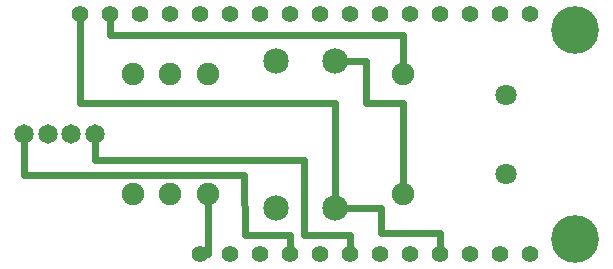
<source format=gbl>
G04 MADE WITH FRITZING*
G04 WWW.FRITZING.ORG*
G04 DOUBLE SIDED*
G04 HOLES PLATED*
G04 CONTOUR ON CENTER OF CONTOUR VECTOR*
%ASAXBY*%
%FSLAX23Y23*%
%MOIN*%
%OFA0B0*%
%SFA1.0B1.0*%
%ADD10C,0.055118*%
%ADD11C,0.075000*%
%ADD12C,0.070866*%
%ADD13C,0.158819*%
%ADD14C,0.085000*%
%ADD15C,0.065000*%
%ADD16C,0.024000*%
%LNCOPPER0*%
G90*
G70*
G54D10*
X1453Y51D03*
X853Y51D03*
X253Y851D03*
X653Y851D03*
X1553Y51D03*
X1253Y51D03*
X953Y51D03*
X1353Y51D03*
X1453Y851D03*
G54D11*
X678Y651D03*
X678Y251D03*
X428Y651D03*
X428Y251D03*
X553Y651D03*
X553Y251D03*
X1328Y651D03*
X1328Y251D03*
G54D10*
X1353Y851D03*
X753Y51D03*
X653Y51D03*
X353Y851D03*
X1553Y851D03*
X1653Y851D03*
G54D12*
X1673Y319D03*
G54D10*
X1753Y851D03*
X1253Y851D03*
X1153Y851D03*
X1053Y851D03*
X753Y851D03*
X1653Y51D03*
X1053Y51D03*
X453Y851D03*
X853Y851D03*
X1753Y51D03*
X1153Y51D03*
X553Y851D03*
X953Y851D03*
G54D13*
X1902Y800D03*
X1902Y103D03*
G54D14*
X1103Y697D03*
X906Y697D03*
X906Y205D03*
X1103Y205D03*
G54D15*
X303Y451D03*
X224Y451D03*
X145Y451D03*
X67Y451D03*
G54D12*
X1673Y583D03*
G54D16*
X1103Y554D02*
X1103Y240D01*
D02*
X253Y554D02*
X1103Y554D01*
D02*
X253Y824D02*
X253Y554D01*
D02*
X353Y781D02*
X353Y824D01*
D02*
X1328Y781D02*
X353Y781D01*
D02*
X1328Y680D02*
X1328Y781D01*
D02*
X801Y117D02*
X953Y117D01*
D02*
X799Y317D02*
X801Y117D01*
D02*
X953Y117D02*
X953Y78D01*
D02*
X67Y317D02*
X799Y317D01*
D02*
X67Y428D02*
X67Y317D01*
D02*
X1153Y117D02*
X1153Y78D01*
D02*
X999Y117D02*
X1153Y117D01*
D02*
X999Y366D02*
X999Y117D01*
D02*
X303Y366D02*
X999Y366D01*
D02*
X303Y428D02*
X303Y366D01*
D02*
X678Y51D02*
X678Y223D01*
D02*
X680Y51D02*
X678Y51D01*
D02*
X1206Y554D02*
X1206Y697D01*
D02*
X1206Y697D02*
X1137Y697D01*
D02*
X1328Y554D02*
X1206Y554D01*
D02*
X1328Y280D02*
X1328Y554D01*
D02*
X1453Y121D02*
X1453Y78D01*
D02*
X1255Y121D02*
X1453Y121D01*
D02*
X1255Y205D02*
X1255Y121D01*
D02*
X1137Y205D02*
X1255Y205D01*
G04 End of Copper0*
M02*
</source>
